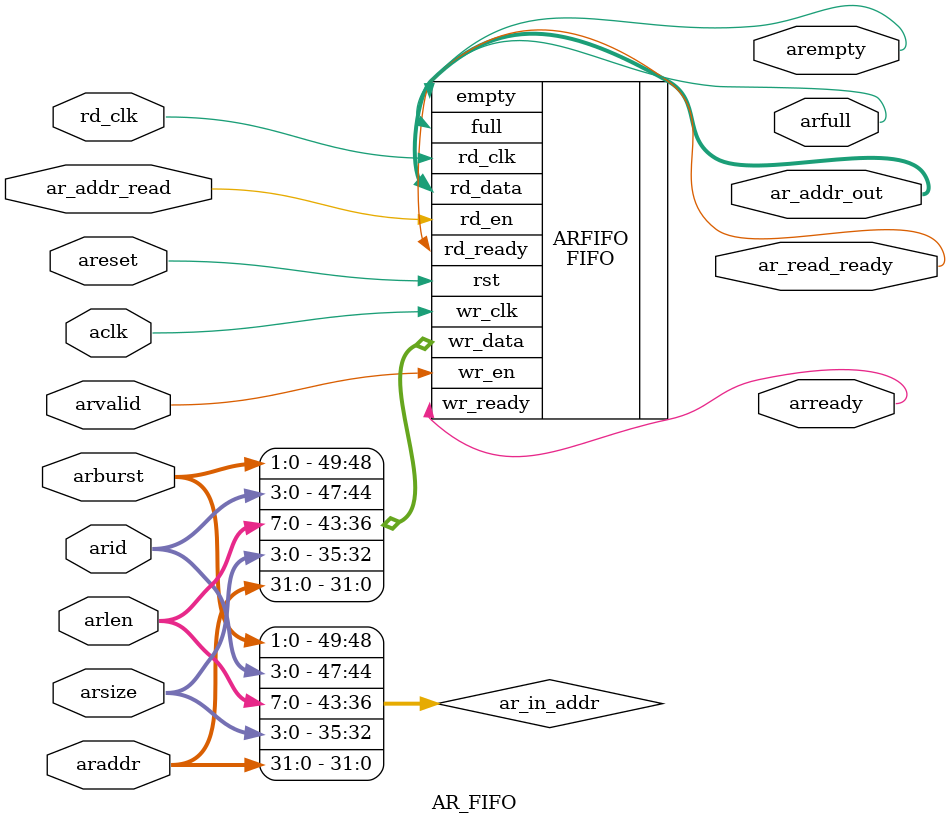
<source format=v>
`timescale 1ns / 1ps


module AR_FIFO #(
    parameter ADDR_WIDTH = 32,
    parameter DATA_WIDTH = 64,
    parameter ID_WIDTH = 4,
    parameter SIZE_WIDTH = 4,
    parameter LEN_WIDTH = 8,
    parameter RESPONSE_WIDTH = 3,
    parameter AR_DEPTH =32
)(
     // Read Address Channel (AR) FIFO WRITE 
    input aclk,
    input areset,
    input arvalid,
    input [ADDR_WIDTH-1:0] araddr,
    input [ID_WIDTH-1:0] arid,
    input [SIZE_WIDTH-1:0] arsize,
    input [1:0] arburst,
    input [LEN_WIDTH-1:0] arlen,
    output arready,
    
    //ADDRESS READ CHANNEL FIFO READ PORT DECLARATION
    input rd_clk,
    input ar_addr_read,
    output ar_read_ready,
    output arfull,
    output arempty,
    output [ADDR_WIDTH+ID_WIDTH+SIZE_WIDTH+LEN_WIDTH+1:0] ar_addr_out
    
    );
    localparam AR_FIFO_WIDTH = ADDR_WIDTH+ID_WIDTH+SIZE_WIDTH+LEN_WIDTH+2;
    wire [AR_FIFO_WIDTH-1:0] ar_in_addr;
    
    assign ar_in_addr = {arburst,arid,arlen,arsize,araddr};
     FIFO #(
    .DATA_WIDTH(AR_FIFO_WIDTH),
    .DEPTH(AR_DEPTH)) ARFIFO (
                    .rst(areset),
                    .wr_clk(aclk),
                    .wr_en(arvalid),
                    .wr_data(ar_in_addr),
                    .wr_ready(arready),
                    .rd_clk(rd_clk),
                    .rd_en(ar_addr_read),
                    .rd_data(ar_addr_out),
                    .rd_ready(ar_read_ready),
                    .full(arfull),
                    .empty(arempty)
);
endmodule

</source>
